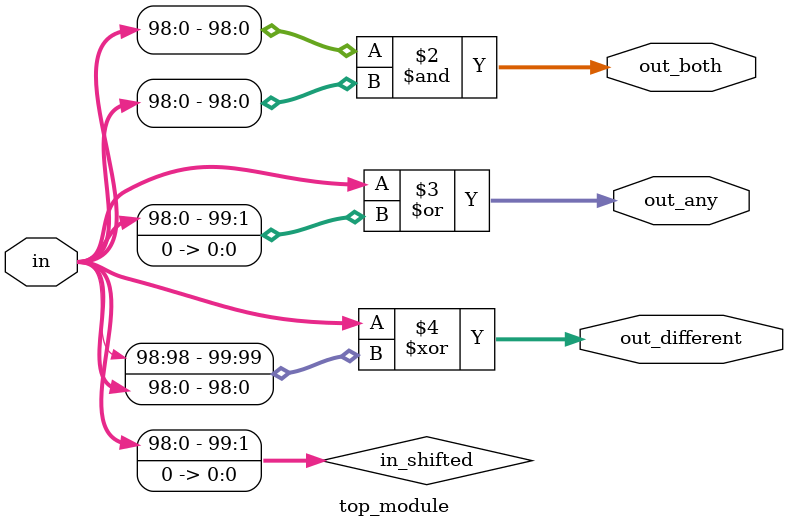
<source format=sv>
module top_module (
    input [99:0] in,
    output [98:0] out_both,
    output [99:0] out_any,
    output [99:0] out_different
);

    wire [99:0] in_shifted;

    assign in_shifted = in << 1;

    assign out_both = in[98:0] & in_shifted[99:1];
    assign out_any = in | in_shifted;
    assign out_different = in ^ {in_shifted[99], in_shifted[99:1]};

endmodule

</source>
